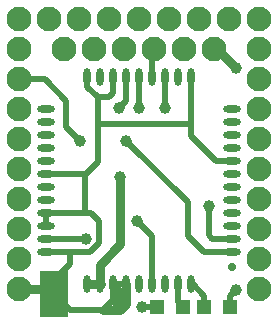
<source format=gbr>
G04 #@! TF.FileFunction,Copper,L1,Top,Signal*
%FSLAX46Y46*%
G04 Gerber Fmt 4.6, Leading zero omitted, Abs format (unit mm)*
G04 Created by KiCad (PCBNEW 4.0.6) date 08/13/17 18:46:42*
%MOMM*%
%LPD*%
G01*
G04 APERTURE LIST*
%ADD10C,0.100000*%
%ADD11R,1.200000X1.200000*%
%ADD12C,2.100000*%
%ADD13O,1.500000X0.600000*%
%ADD14O,0.600000X1.500000*%
%ADD15C,0.700000*%
%ADD16R,2.420000X4.000000*%
%ADD17C,1.000000*%
%ADD18C,0.500000*%
%ADD19C,0.250000*%
%ADD20C,0.750000*%
G04 APERTURE END LIST*
D10*
D11*
X156951000Y-89645000D03*
X159151000Y-89645000D03*
X155141000Y-89645000D03*
X152941000Y-89645000D03*
D12*
X157761000Y-67845000D03*
X155221000Y-67845000D03*
X152681000Y-67845000D03*
X150141000Y-67845000D03*
X147601000Y-67845000D03*
X145061000Y-67845000D03*
D13*
X143571000Y-83895000D03*
X143571000Y-82795000D03*
X143571000Y-81695000D03*
X143571000Y-80595000D03*
X143571000Y-79495000D03*
X143561000Y-78395000D03*
X143571000Y-77295000D03*
X143561000Y-76195000D03*
X143561000Y-75095000D03*
X143561000Y-73995000D03*
X143571000Y-72885000D03*
X143571000Y-84995000D03*
D14*
X147006000Y-87730000D03*
X148116000Y-87740000D03*
X149216000Y-87740000D03*
X150316000Y-87740000D03*
X151416000Y-87730000D03*
X152516000Y-87740000D03*
X153616000Y-87730000D03*
X154716000Y-87730000D03*
X155816000Y-87730000D03*
X147016000Y-70150000D03*
X148116000Y-70150000D03*
X149216000Y-70150000D03*
X150316000Y-70140000D03*
X151416000Y-70150000D03*
X152516000Y-70140000D03*
X153616000Y-70140000D03*
X154716000Y-70140000D03*
X155826000Y-70150000D03*
D13*
X159261000Y-72885000D03*
X159261000Y-73985000D03*
X159261000Y-84995000D03*
X159271000Y-83885000D03*
X159271000Y-82785000D03*
X159271000Y-81685000D03*
X159261000Y-80585000D03*
X159271000Y-79485000D03*
X159261000Y-78385000D03*
X159261000Y-77285000D03*
X159261000Y-76185000D03*
X159261000Y-75085000D03*
X159261000Y-73985000D03*
D15*
X159271000Y-86295000D03*
D16*
X144231000Y-88515000D03*
D12*
X161571000Y-67845000D03*
X161571000Y-70385000D03*
X161571000Y-72925000D03*
X161571000Y-75465000D03*
X161571000Y-78005000D03*
X161571000Y-80545000D03*
X161571000Y-83085000D03*
X161571000Y-85625000D03*
X161571000Y-88165000D03*
X161571000Y-65305000D03*
X159031000Y-65305000D03*
X156491000Y-65305000D03*
X153951000Y-65305000D03*
X151411000Y-65305000D03*
X148871000Y-65305000D03*
X146331000Y-65305000D03*
X143791000Y-65305000D03*
X141251000Y-65305000D03*
X141251000Y-67845000D03*
X141251000Y-70385000D03*
X141251000Y-72925000D03*
X141251000Y-75465000D03*
X141251000Y-78005000D03*
X141251000Y-80545000D03*
X141251000Y-83085000D03*
X141251000Y-85625000D03*
X141251000Y-88165000D03*
D17*
X151221000Y-82355000D03*
X150341000Y-75555000D03*
X146931000Y-83895000D03*
X159601000Y-69415000D03*
X149811000Y-78635000D03*
X159621000Y-88235000D03*
X151621000Y-89635000D03*
X153601000Y-72805000D03*
X151421000Y-72805000D03*
X149681000Y-72805000D03*
X157301000Y-81135000D03*
X146431000Y-75605000D03*
D18*
X161569400Y-80543400D02*
X161163000Y-80543400D01*
X151221000Y-82355000D02*
X152516000Y-83650000D01*
X152516000Y-83650000D02*
X152516000Y-87740000D01*
D19*
X150316000Y-87740000D02*
X149216000Y-87740000D01*
D18*
X157921000Y-77285000D02*
X159261000Y-77285000D01*
D20*
X148381000Y-89875000D02*
X149821000Y-89875000D01*
X150316000Y-89380000D02*
X150316000Y-87740000D01*
X149821000Y-89875000D02*
X150316000Y-89380000D01*
X149216000Y-87740000D02*
X149571000Y-88095000D01*
X149571000Y-88095000D02*
X149571000Y-89775000D01*
D18*
X149216000Y-87740000D02*
X149216000Y-89040000D01*
X145591000Y-89875000D02*
X144231000Y-88515000D01*
X148381000Y-89875000D02*
X145591000Y-89875000D01*
X149216000Y-89040000D02*
X148381000Y-89875000D01*
X149216000Y-87740000D02*
X150316000Y-87740000D01*
X146851000Y-78395000D02*
X146851000Y-81715000D01*
X147911000Y-74165000D02*
X155751000Y-74165000D01*
X155751000Y-74165000D02*
X155826000Y-74240000D01*
X143561000Y-78395000D02*
X146851000Y-78395000D01*
X146851000Y-78395000D02*
X146881000Y-78395000D01*
X147911000Y-77365000D02*
X147911000Y-74165000D01*
X147911000Y-74165000D02*
X147911000Y-71875000D01*
X146881000Y-78395000D02*
X147911000Y-77365000D01*
X143571000Y-81695000D02*
X143571000Y-82795000D01*
X145571000Y-84995000D02*
X147281000Y-84995000D01*
X147281000Y-84995000D02*
X148031000Y-84245000D01*
X148031000Y-84245000D02*
X148031000Y-82365000D01*
X148031000Y-82365000D02*
X147381000Y-81715000D01*
X147381000Y-81715000D02*
X146851000Y-81715000D01*
X146851000Y-81715000D02*
X145571000Y-81715000D01*
X145571000Y-81715000D02*
X143591000Y-81715000D01*
D20*
X141249400Y-88163400D02*
X143879400Y-88163400D01*
X143879400Y-88163400D02*
X144231000Y-88515000D01*
D18*
X144231000Y-88515000D02*
X144231000Y-87345000D01*
X144231000Y-87345000D02*
X145571000Y-86005000D01*
X145571000Y-86005000D02*
X145571000Y-84995000D01*
X143591000Y-81715000D02*
X143571000Y-81695000D01*
X145571000Y-84995000D02*
X143571000Y-84995000D01*
X155826000Y-74240000D02*
X155826000Y-75190000D01*
X155826000Y-75190000D02*
X157921000Y-77285000D01*
X155826000Y-74240000D02*
X155826000Y-70150000D01*
X147016000Y-70150000D02*
X147016000Y-70980000D01*
X149216000Y-71520000D02*
X149216000Y-70150000D01*
X148861000Y-71875000D02*
X149216000Y-71520000D01*
X147911000Y-71875000D02*
X148861000Y-71875000D01*
X147016000Y-70980000D02*
X147911000Y-71875000D01*
X156891000Y-84995000D02*
X159261000Y-84995000D01*
X155561000Y-83665000D02*
X156891000Y-84995000D01*
X155561000Y-80775000D02*
X155561000Y-83665000D01*
X150341000Y-75555000D02*
X155561000Y-80775000D01*
X146931000Y-83895000D02*
X143571000Y-83895000D01*
D20*
X148116000Y-87740000D02*
X148116000Y-86050000D01*
X148116000Y-86050000D02*
X149811000Y-84355000D01*
X159601000Y-69415000D02*
X158031000Y-67845000D01*
X158031000Y-67845000D02*
X157761000Y-67845000D01*
X147006000Y-87730000D02*
X148106000Y-87730000D01*
X148106000Y-87730000D02*
X148171000Y-87665000D01*
X149811000Y-84355000D02*
X149811000Y-78635000D01*
D18*
X155816000Y-87730000D02*
X155976000Y-87730000D01*
X155976000Y-87730000D02*
X156951000Y-88705000D01*
X156951000Y-88705000D02*
X156951000Y-89645000D01*
X159151000Y-88705000D02*
X159151000Y-89645000D01*
X159621000Y-88235000D02*
X159151000Y-88705000D01*
X154716000Y-87730000D02*
X154716000Y-89220000D01*
X154716000Y-89220000D02*
X155141000Y-89645000D01*
X152941000Y-89645000D02*
X151631000Y-89645000D01*
X151631000Y-89645000D02*
X151621000Y-89635000D01*
X152516000Y-70140000D02*
X152516000Y-68010000D01*
X152516000Y-68010000D02*
X152681000Y-67845000D01*
X153616000Y-70140000D02*
X153616000Y-72790000D01*
X153616000Y-72790000D02*
X153601000Y-72805000D01*
X151416000Y-70150000D02*
X151416000Y-72800000D01*
X151416000Y-72800000D02*
X151421000Y-72805000D01*
X150316000Y-70140000D02*
X150316000Y-72170000D01*
X150316000Y-72170000D02*
X149681000Y-72805000D01*
X157631000Y-83885000D02*
X159271000Y-83885000D01*
X157301000Y-83555000D02*
X157631000Y-83885000D01*
X157301000Y-81135000D02*
X157301000Y-83555000D01*
X141249400Y-70383400D02*
X143419400Y-70383400D01*
X145261000Y-74435000D02*
X146431000Y-75605000D01*
X145261000Y-72225000D02*
X145261000Y-74435000D01*
X143419400Y-70383400D02*
X145261000Y-72225000D01*
M02*

</source>
